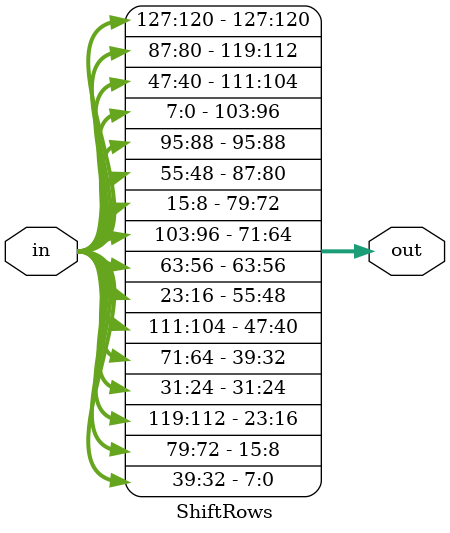
<source format=v>
/**         Implementation of the AES-128 Encryptor     **/
/**                 ShiftRows Module                    **/
/** Vaggelis Ananiadis 03409, Nikh-Maria Kalantzh 03502 **/

// In Shift Rows the bytes in the last three rows of the state are cyclically
// shifted over different numbers of bytes

`timescale 1ns / 1ps

module ShiftRows(in, out);
input [127:0] in;
output [127:0] out;

assign out[127:120] =   in[127:120];
assign out[119:112] =   in[87:80];
assign out[111:104] =   in[47:40];
assign out[103:96]  =   in[7:0];

assign out[95:88]   =   in[95:88];	 
assign out[87:80]   =   in[55:48];	 
assign out[79:72]   =   in[15:8];	 
assign out[71:64]   =   in[103:96];

assign out[63:56]   =   in[63:56];	 
assign out[55:48]   =   in[23:16];	 
assign out[47:40]   =   in[111:104];	 
assign out[39:32]   =   in[71:64];

assign out[31:24]   =   in[31:24];	 
assign out[23:16]   =   in[119:112];	 
assign out[15:8]    =   in[79:72];	 
assign out[7:0]     =   in[39:32];
	 
endmodule
</source>
